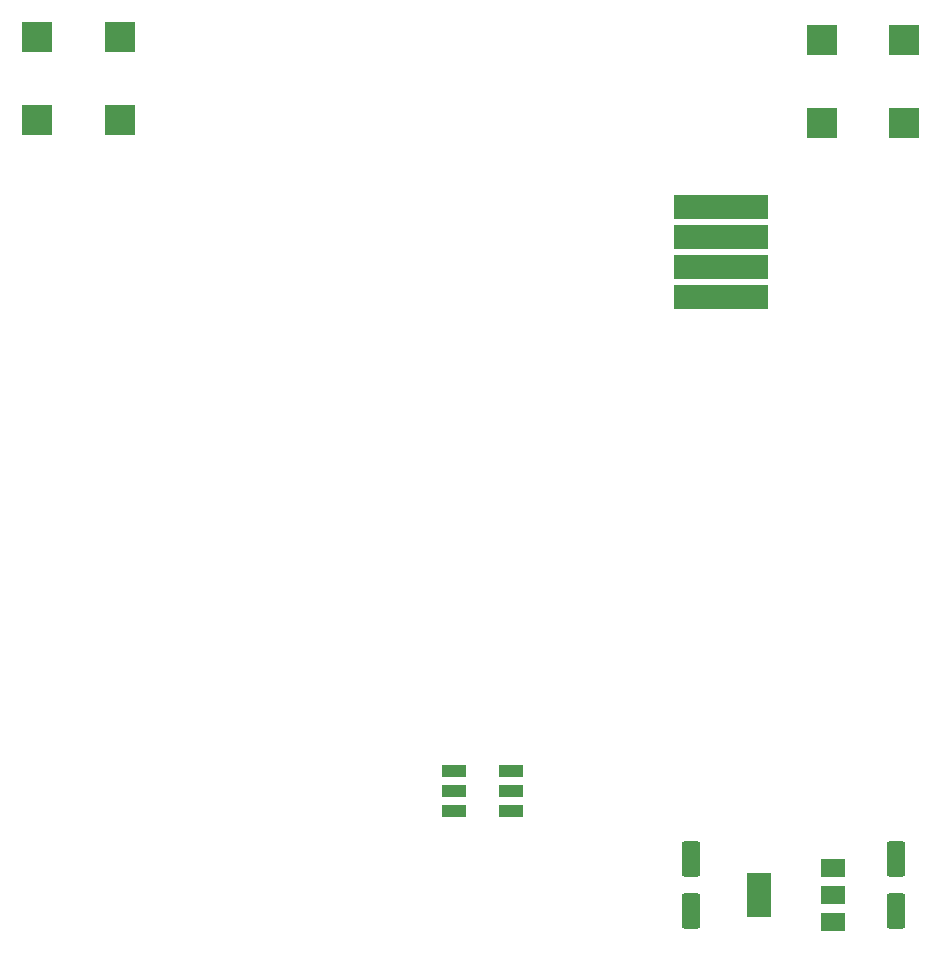
<source format=gbr>
%TF.GenerationSoftware,KiCad,Pcbnew,7.0.6*%
%TF.CreationDate,2023-09-03T15:23:35-03:00*%
%TF.ProjectId,bitdoglab_v41,62697464-6f67-46c6-9162-5f7634312e6b,rev?*%
%TF.SameCoordinates,Original*%
%TF.FileFunction,Paste,Top*%
%TF.FilePolarity,Positive*%
%FSLAX46Y46*%
G04 Gerber Fmt 4.6, Leading zero omitted, Abs format (unit mm)*
G04 Created by KiCad (PCBNEW 7.0.6) date 2023-09-03 15:23:35*
%MOMM*%
%LPD*%
G01*
G04 APERTURE LIST*
G04 Aperture macros list*
%AMRoundRect*
0 Rectangle with rounded corners*
0 $1 Rounding radius*
0 $2 $3 $4 $5 $6 $7 $8 $9 X,Y pos of 4 corners*
0 Add a 4 corners polygon primitive as box body*
4,1,4,$2,$3,$4,$5,$6,$7,$8,$9,$2,$3,0*
0 Add four circle primitives for the rounded corners*
1,1,$1+$1,$2,$3*
1,1,$1+$1,$4,$5*
1,1,$1+$1,$6,$7*
1,1,$1+$1,$8,$9*
0 Add four rect primitives between the rounded corners*
20,1,$1+$1,$2,$3,$4,$5,0*
20,1,$1+$1,$4,$5,$6,$7,0*
20,1,$1+$1,$6,$7,$8,$9,0*
20,1,$1+$1,$8,$9,$2,$3,0*%
G04 Aperture macros list end*
%ADD10R,2.500000X2.500000*%
%ADD11R,8.000000X2.000000*%
%ADD12RoundRect,0.250000X0.550000X-1.250000X0.550000X1.250000X-0.550000X1.250000X-0.550000X-1.250000X0*%
%ADD13R,2.000000X1.500000*%
%ADD14R,2.000000X3.800000*%
%ADD15R,2.000000X1.100000*%
G04 APERTURE END LIST*
D10*
%TO.C,BZ4*%
X162202500Y-67310000D03*
X162202500Y-74310000D03*
X169202500Y-74310000D03*
X169202500Y-67310000D03*
%TD*%
%TO.C,Buzzer*%
X95781500Y-67056000D03*
X95781500Y-74056000D03*
X102781500Y-74056000D03*
X102781500Y-67056000D03*
%TD*%
D11*
%TO.C,J14*%
X153650000Y-81470000D03*
X153650000Y-84010000D03*
X153650000Y-86550000D03*
X153650000Y-89090000D03*
%TD*%
D12*
%TO.C,C2*%
X151130000Y-141050900D03*
X151130000Y-136650900D03*
%TD*%
D13*
%TO.C,Reg   3V3*%
X163170000Y-142000000D03*
X163170000Y-139700000D03*
X163170000Y-137400000D03*
D14*
X156870000Y-139700000D03*
%TD*%
D12*
%TO.C,C1*%
X168458800Y-141050900D03*
X168458800Y-136650900D03*
%TD*%
D15*
%TO.C,LED RGB*%
X131090000Y-129195000D03*
X131090000Y-130895000D03*
X131090000Y-132595000D03*
X135890000Y-132595000D03*
X135890000Y-130895000D03*
X135890000Y-129195000D03*
%TD*%
M02*

</source>
